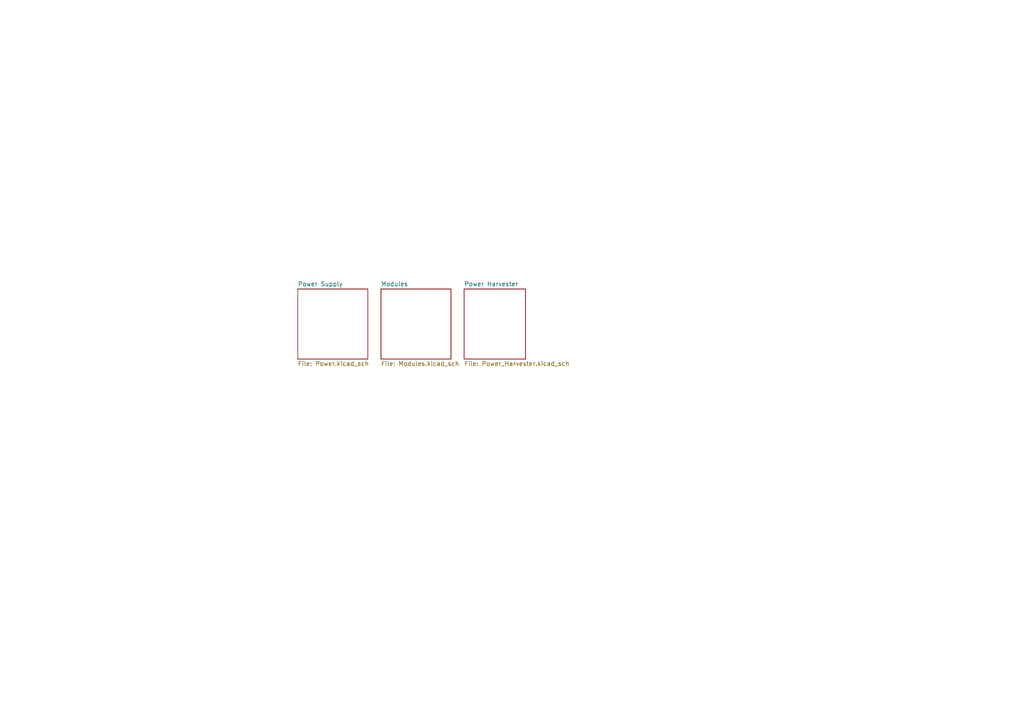
<source format=kicad_sch>
(kicad_sch
	(version 20250114)
	(generator "eeschema")
	(generator_version "9.0")
	(uuid "b470e014-149b-42d2-980c-a8a1f9690894")
	(paper "A4")
	(title_block
		(title "ThingsGate-1")
		(rev "1")
	)
	(lib_symbols)
	(sheet
		(at 86.36 83.82)
		(size 20.32 20.32)
		(exclude_from_sim no)
		(in_bom yes)
		(on_board yes)
		(dnp no)
		(fields_autoplaced yes)
		(stroke
			(width 0.1524)
			(type solid)
		)
		(fill
			(color 0 0 0 0.0000)
		)
		(uuid "84ee82fe-fe7e-41a1-bd0e-a88bdc6c5a17")
		(property "Sheetname" "Power Supply"
			(at 86.36 83.1084 0)
			(effects
				(font
					(size 1.27 1.27)
				)
				(justify left bottom)
			)
		)
		(property "Sheetfile" "Power.kicad_sch"
			(at 86.36 104.7246 0)
			(effects
				(font
					(size 1.27 1.27)
				)
				(justify left top)
			)
		)
		(instances
			(project "ThingsGate-1"
				(path "/b470e014-149b-42d2-980c-a8a1f9690894"
					(page "2")
				)
			)
		)
	)
	(sheet
		(at 134.62 83.82)
		(size 17.78 20.32)
		(exclude_from_sim no)
		(in_bom yes)
		(on_board yes)
		(dnp no)
		(fields_autoplaced yes)
		(stroke
			(width 0.1524)
			(type solid)
		)
		(fill
			(color 0 0 0 0.0000)
		)
		(uuid "ab5980ff-09d6-4729-895b-964e54cadba6")
		(property "Sheetname" "Power Harvester"
			(at 134.62 83.1084 0)
			(effects
				(font
					(size 1.27 1.27)
				)
				(justify left bottom)
			)
		)
		(property "Sheetfile" "Power_Harvester.kicad_sch"
			(at 134.62 104.7246 0)
			(effects
				(font
					(size 1.27 1.27)
				)
				(justify left top)
			)
		)
		(instances
			(project "ThingsGate-1"
				(path "/b470e014-149b-42d2-980c-a8a1f9690894"
					(page "3")
				)
			)
		)
	)
	(sheet
		(at 110.49 83.82)
		(size 20.32 20.32)
		(exclude_from_sim no)
		(in_bom yes)
		(on_board yes)
		(dnp no)
		(fields_autoplaced yes)
		(stroke
			(width 0.1524)
			(type solid)
		)
		(fill
			(color 0 0 0 0.0000)
		)
		(uuid "e00fcd44-9245-479e-a548-7d5d1555425b")
		(property "Sheetname" "Modules"
			(at 110.49 83.1084 0)
			(effects
				(font
					(size 1.27 1.27)
				)
				(justify left bottom)
			)
		)
		(property "Sheetfile" "Modules.kicad_sch"
			(at 110.49 104.7246 0)
			(effects
				(font
					(size 1.27 1.27)
				)
				(justify left top)
			)
		)
		(instances
			(project "ThingsGate-1"
				(path "/b470e014-149b-42d2-980c-a8a1f9690894"
					(page "4")
				)
			)
		)
	)
	(sheet_instances
		(path "/"
			(page "1")
		)
	)
	(embedded_fonts no)
)

</source>
